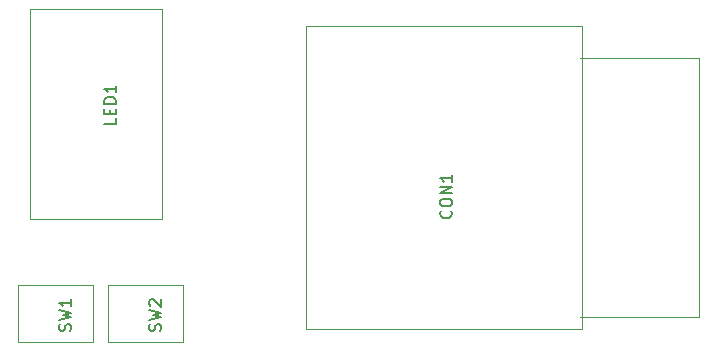
<source format=gbr>
G04 #@! TF.FileFunction,Legend,Top*
%FSLAX46Y46*%
G04 Gerber Fmt 4.6, Leading zero omitted, Abs format (unit mm)*
G04 Created by KiCad (PCBNEW 4.0.4-stable) date 04/15/18 13:16:19*
%MOMM*%
%LPD*%
G01*
G04 APERTURE LIST*
%ADD10C,0.100000*%
%ADD11C,0.150000*%
G04 APERTURE END LIST*
D10*
X134112000Y-108712000D02*
X134112000Y-90932000D01*
X134112000Y-90932000D02*
X145288000Y-90932000D01*
X145288000Y-90932000D02*
X145288000Y-108712000D01*
X145288000Y-108712000D02*
X134112000Y-108712000D01*
X133096000Y-119126000D02*
X133096000Y-114300000D01*
X133096000Y-114300000D02*
X139446000Y-114300000D01*
X139446000Y-114300000D02*
X139446000Y-119126000D01*
X139446000Y-119126000D02*
X133096000Y-119126000D01*
X140716000Y-119126000D02*
X140716000Y-114300000D01*
X140716000Y-114300000D02*
X147066000Y-114300000D01*
X147066000Y-114300000D02*
X147066000Y-119126000D01*
X147066000Y-119126000D02*
X140716000Y-119126000D01*
X180750000Y-117045000D02*
X190750000Y-117045000D01*
X190750000Y-117045000D02*
X190750000Y-95045000D01*
X190750000Y-95045000D02*
X180750000Y-95045000D01*
X157480000Y-118045000D02*
X157480000Y-92329000D01*
X157480000Y-92329000D02*
X180848000Y-92329000D01*
X180848000Y-92329000D02*
X180848000Y-118045000D01*
X180848000Y-118045000D02*
X157480000Y-118045000D01*
D11*
X141422381Y-100179047D02*
X141422381Y-100655238D01*
X140422381Y-100655238D01*
X140898571Y-99845714D02*
X140898571Y-99512380D01*
X141422381Y-99369523D02*
X141422381Y-99845714D01*
X140422381Y-99845714D01*
X140422381Y-99369523D01*
X141422381Y-98940952D02*
X140422381Y-98940952D01*
X140422381Y-98702857D01*
X140470000Y-98559999D01*
X140565238Y-98464761D01*
X140660476Y-98417142D01*
X140850952Y-98369523D01*
X140993810Y-98369523D01*
X141184286Y-98417142D01*
X141279524Y-98464761D01*
X141374762Y-98559999D01*
X141422381Y-98702857D01*
X141422381Y-98940952D01*
X141422381Y-97417142D02*
X141422381Y-97988571D01*
X141422381Y-97702857D02*
X140422381Y-97702857D01*
X140565238Y-97798095D01*
X140660476Y-97893333D01*
X140708095Y-97988571D01*
X137564762Y-118173333D02*
X137612381Y-118030476D01*
X137612381Y-117792380D01*
X137564762Y-117697142D01*
X137517143Y-117649523D01*
X137421905Y-117601904D01*
X137326667Y-117601904D01*
X137231429Y-117649523D01*
X137183810Y-117697142D01*
X137136190Y-117792380D01*
X137088571Y-117982857D01*
X137040952Y-118078095D01*
X136993333Y-118125714D01*
X136898095Y-118173333D01*
X136802857Y-118173333D01*
X136707619Y-118125714D01*
X136660000Y-118078095D01*
X136612381Y-117982857D01*
X136612381Y-117744761D01*
X136660000Y-117601904D01*
X136612381Y-117268571D02*
X137612381Y-117030476D01*
X136898095Y-116839999D01*
X137612381Y-116649523D01*
X136612381Y-116411428D01*
X137612381Y-115506666D02*
X137612381Y-116078095D01*
X137612381Y-115792381D02*
X136612381Y-115792381D01*
X136755238Y-115887619D01*
X136850476Y-115982857D01*
X136898095Y-116078095D01*
X145184762Y-118173333D02*
X145232381Y-118030476D01*
X145232381Y-117792380D01*
X145184762Y-117697142D01*
X145137143Y-117649523D01*
X145041905Y-117601904D01*
X144946667Y-117601904D01*
X144851429Y-117649523D01*
X144803810Y-117697142D01*
X144756190Y-117792380D01*
X144708571Y-117982857D01*
X144660952Y-118078095D01*
X144613333Y-118125714D01*
X144518095Y-118173333D01*
X144422857Y-118173333D01*
X144327619Y-118125714D01*
X144280000Y-118078095D01*
X144232381Y-117982857D01*
X144232381Y-117744761D01*
X144280000Y-117601904D01*
X144232381Y-117268571D02*
X145232381Y-117030476D01*
X144518095Y-116839999D01*
X145232381Y-116649523D01*
X144232381Y-116411428D01*
X144327619Y-116078095D02*
X144280000Y-116030476D01*
X144232381Y-115935238D01*
X144232381Y-115697142D01*
X144280000Y-115601904D01*
X144327619Y-115554285D01*
X144422857Y-115506666D01*
X144518095Y-115506666D01*
X144660952Y-115554285D01*
X145232381Y-116125714D01*
X145232381Y-115506666D01*
X169775143Y-108021285D02*
X169822762Y-108068904D01*
X169870381Y-108211761D01*
X169870381Y-108306999D01*
X169822762Y-108449857D01*
X169727524Y-108545095D01*
X169632286Y-108592714D01*
X169441810Y-108640333D01*
X169298952Y-108640333D01*
X169108476Y-108592714D01*
X169013238Y-108545095D01*
X168918000Y-108449857D01*
X168870381Y-108306999D01*
X168870381Y-108211761D01*
X168918000Y-108068904D01*
X168965619Y-108021285D01*
X168870381Y-107402238D02*
X168870381Y-107211761D01*
X168918000Y-107116523D01*
X169013238Y-107021285D01*
X169203714Y-106973666D01*
X169537048Y-106973666D01*
X169727524Y-107021285D01*
X169822762Y-107116523D01*
X169870381Y-107211761D01*
X169870381Y-107402238D01*
X169822762Y-107497476D01*
X169727524Y-107592714D01*
X169537048Y-107640333D01*
X169203714Y-107640333D01*
X169013238Y-107592714D01*
X168918000Y-107497476D01*
X168870381Y-107402238D01*
X169870381Y-106545095D02*
X168870381Y-106545095D01*
X169870381Y-105973666D01*
X168870381Y-105973666D01*
X169870381Y-104973666D02*
X169870381Y-105545095D01*
X169870381Y-105259381D02*
X168870381Y-105259381D01*
X169013238Y-105354619D01*
X169108476Y-105449857D01*
X169156095Y-105545095D01*
M02*

</source>
